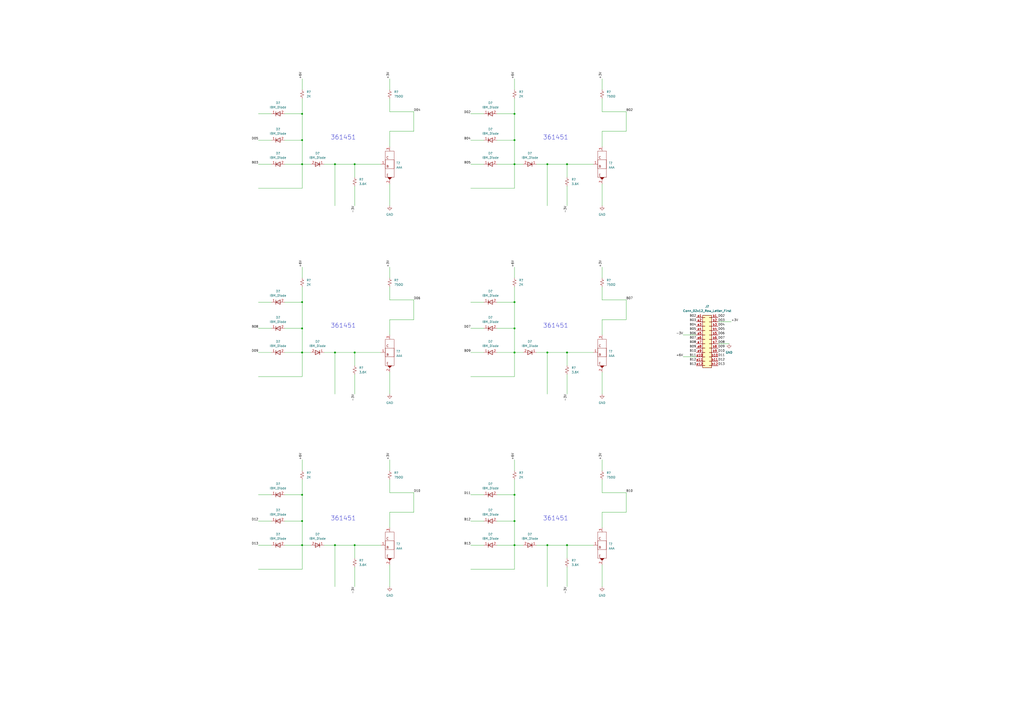
<source format=kicad_sch>
(kicad_sch (version 20211123) (generator eeschema)
  (paper "A2")
  (lib_symbols
    (symbol "Connector_Generic:Conn_02x12_Row_Letter_First" (pin_names (offset 1.016) hide)
      (property "Reference" "J" (at 1.27 15.24 0))
      (property "Value" "Conn_02x12_Row_Letter_First" (at 1.27 -17.78 0))
      (symbol "Conn_02x12_Row_Letter_First_1_1"
        (rectangle (start -1.27 -15.113) (end 0 -15.367) (stroke (width 0.1524)))
        (rectangle (start -1.27 -12.573) (end 0 -12.827) (stroke (width 0.1524)))
        (rectangle (start -1.27 -10.033) (end 0 -10.287) (stroke (width 0.1524)))
        (rectangle (start -1.27 -7.493) (end 0 -7.747) (stroke (width 0.1524)))
        (rectangle (start -1.27 -4.953) (end 0 -5.207) (stroke (width 0.1524)))
        (rectangle (start -1.27 -2.413) (end 0 -2.667) (stroke (width 0.1524)))
        (rectangle (start -1.27 0.127) (end 0 -0.127) (stroke (width 0.1524)))
        (rectangle (start -1.27 2.667) (end 0 2.413) (stroke (width 0.1524)))
        (rectangle (start -1.27 5.207) (end 0 4.953) (stroke (width 0.1524)))
        (rectangle (start -1.27 7.747) (end 0 7.493) (stroke (width 0.1524)))
        (rectangle (start -1.27 10.287) (end 0 10.033) (stroke (width 0.1524)))
        (rectangle (start -1.27 12.827) (end 0 12.573) (stroke (width 0.1524)))
        (rectangle (start -1.27 13.97) (end 3.81 -16.51) (stroke (width 0.254)) (fill (type background)))
        (rectangle (start 3.81 -15.113) (end 2.54 -15.367) (stroke (width 0.1524)))
        (rectangle (start 3.81 -12.573) (end 2.54 -12.827) (stroke (width 0.1524)))
        (rectangle (start 3.81 -10.033) (end 2.54 -10.287) (stroke (width 0.1524)))
        (rectangle (start 3.81 -7.493) (end 2.54 -7.747) (stroke (width 0.1524)))
        (rectangle (start 3.81 -4.953) (end 2.54 -5.207) (stroke (width 0.1524)))
        (rectangle (start 3.81 -2.413) (end 2.54 -2.667) (stroke (width 0.1524)))
        (rectangle (start 3.81 0.127) (end 2.54 -0.127) (stroke (width 0.1524)))
        (rectangle (start 3.81 2.667) (end 2.54 2.413) (stroke (width 0.1524)))
        (rectangle (start 3.81 5.207) (end 2.54 4.953) (stroke (width 0.1524)))
        (rectangle (start 3.81 7.747) (end 2.54 7.493) (stroke (width 0.1524)))
        (rectangle (start 3.81 10.287) (end 2.54 10.033) (stroke (width 0.1524)))
        (rectangle (start 3.81 12.827) (end 2.54 12.573) (stroke (width 0.1524)))
        (pin passive line (at -5.08 12.7 0) (length 3.81) (name "Pin_a1") (number "a1"))
        (pin passive line (at -5.08 -10.16 0) (length 3.81) (name "Pin_a10") (number "a10"))
        (pin passive line (at -5.08 -12.7 0) (length 3.81) (name "Pin_a11") (number "a11"))
        (pin passive line (at -5.08 -15.24 0) (length 3.81) (name "Pin_a12") (number "a12"))
        (pin passive line (at -5.08 10.16 0) (length 3.81) (name "Pin_a2") (number "a2"))
        (pin passive line (at -5.08 7.62 0) (length 3.81) (name "Pin_a3") (number "a3"))
        (pin passive line (at -5.08 5.08 0) (length 3.81) (name "Pin_a4") (number "a4"))
        (pin passive line (at -5.08 2.54 0) (length 3.81) (name "Pin_a5") (number "a5"))
        (pin passive line (at -5.08 0 0) (length 3.81) (name "Pin_a6") (number "a6"))
        (pin passive line (at -5.08 -2.54 0) (length 3.81) (name "Pin_a7") (number "a7"))
        (pin passive line (at -5.08 -5.08 0) (length 3.81) (name "Pin_a8") (number "a8"))
        (pin passive line (at -5.08 -7.62 0) (length 3.81) (name "Pin_a9") (number "a9"))
        (pin passive line (at 7.62 12.7 180) (length 3.81) (name "Pin_b1") (number "b1"))
        (pin passive line (at 7.62 -10.16 180) (length 3.81) (name "Pin_b10") (number "b10"))
        (pin passive line (at 7.62 -12.7 180) (length 3.81) (name "Pin_b11") (number "b11"))
        (pin passive line (at 7.62 -15.24 180) (length 3.81) (name "Pin_b12") (number "b12"))
        (pin passive line (at 7.62 10.16 180) (length 3.81) (name "Pin_b2") (number "b2"))
        (pin passive line (at 7.62 7.62 180) (length 3.81) (name "Pin_b3") (number "b3"))
        (pin passive line (at 7.62 5.08 180) (length 3.81) (name "Pin_b4") (number "b4"))
        (pin passive line (at 7.62 2.54 180) (length 3.81) (name "Pin_b5") (number "b5"))
        (pin passive line (at 7.62 0 180) (length 3.81) (name "Pin_b6") (number "b6"))
        (pin passive line (at 7.62 -2.54 180) (length 3.81) (name "Pin_b7") (number "b7"))
        (pin passive line (at 7.62 -5.08 180) (length 3.81) (name "Pin_b8") (number "b8"))
        (pin passive line (at 7.62 -7.62 180) (length 3.81) (name "Pin_b9") (number "b9"))
      )
    )
    (symbol "Device:R_Small_US" (pin_numbers hide) (pin_names (offset 0.254) hide)
      (property "Reference" "R" (at 0.762 0.508 0))
      (property "Value" "R_Small_US" (at 0.762 -1.016 0))
      (symbol "R_Small_US_1_1"
        (polyline (pts (xy 0 0) (xy 1.016 -0.381) (xy 0 -0.762) (xy -1.016 -1.143) (xy 0 -1.524)))
        (polyline (pts (xy 0 1.524) (xy 1.016 1.143) (xy 0 0.762) (xy -1.016 0.381) (xy 0 0)))
        (pin passive line (at 0 2.54 270) (length 1.016) (name "~") (number "1"))
        (pin passive line (at 0 -2.54 90) (length 1.016) (name "~") (number "2"))
      )
    )
    (symbol "IBM_SLT-SLD:IBM_Diode"
      (property "Reference" "D" (at 0 5.08 0))
      (property "Value" "IBM_Diode" (at 0 2.54 0))
      (symbol "IBM_Diode_0_1"
        (polyline (pts (xy -1.27 1.27) (xy -1.27 -1.27)) (stroke (width 0.254)))
        (polyline (pts (xy 1.27 0) (xy -1.27 0)))
        (polyline (pts (xy 1.27 1.27) (xy 1.27 -1.27) (xy -1.27 0) (xy 1.27 1.27)) (stroke (width 0.254)))
      )
      (symbol "IBM_Diode_1_1"
        (pin passive line (at -3.81 0 0) (length 2.54) (name "K") (number "1"))
        (pin passive line (at 3.81 0 180) (length 2.54) (name "A") (number "2"))
      )
    )
    (symbol "IBM_SLT-SLD:IBM_Transistor"
      (property "Reference" "T" (at 0 5.08 0))
      (property "Value" "IBM_Transistor" (at 7.62 8.89 0))
      (symbol "IBM_Transistor_0_0"
        (text "B" (at -1.27 -1.27 0) (effects (font (size 1.27 1.27))))
        (text "C" (at -1.27 3.81 0) (effects (font (size 1.27 1.27))))
        (text "E" (at -1.27 -6.35 0) (effects (font (size 1.27 1.27))))
      )
      (symbol "IBM_Transistor_0_1"
        (rectangle (start -2.54 2.54) (end 2.54 -2.54))
        (rectangle (start -2.54 7.62) (end 2.54 -7.62))
        (polyline (pts (xy -1.27 -7.62) (xy 0 -8.89) (xy 1.27 -7.62)) (fill (type outline)))
      )
      (symbol "IBM_Transistor_1_1"
        (pin passive line (at -5.08 0 0) (length 2.54) (name "B") (number "1"))
        (pin passive line (at 0 -11.43 90) (length 2.54) (name "E") (number "2"))
        (pin passive line (at 0 10.16 270) (length 2.54) (name "C") (number "3"))
      )
    )
    (symbol "power:GND" (power) (pin_names (offset 0))
      (property "Value" "GND" (at 0 -3.81 0))
      (symbol "GND_0_1"
        (polyline (pts (xy 0 0) (xy 0 -1.27) (xy 1.27 -1.27) (xy 0 -2.54) (xy -1.27 -1.27) (xy 0 -1.27)))
      )
      (symbol "GND_1_1"
        (pin power_in line (at 0 0 270) (length 0) hide (name "GND") (number "1"))
      )
    )
  )
  (junction (at 194.31 95.25))
  (junction (at 317.5 316.23))
  (junction (at 328.93 316.23))
  (junction (at 175.26 302.26))
  (junction (at 205.74 204.47))
  (junction (at 175.26 81.28))
  (junction (at 175.26 95.25))
  (junction (at 298.45 316.23))
  (junction (at 298.45 204.47))
  (junction (at 175.26 175.26))
  (junction (at 298.45 95.25))
  (junction (at 175.26 204.47))
  (junction (at 194.31 204.47))
  (junction (at 317.5 204.47))
  (junction (at 328.93 95.25))
  (junction (at 298.45 287.02))
  (junction (at 298.45 190.5))
  (junction (at 175.26 287.02))
  (junction (at 175.26 316.23))
  (junction (at 298.45 81.28))
  (junction (at 298.45 66.04))
  (junction (at 175.26 66.04))
  (junction (at 175.26 190.5))
  (junction (at 205.74 95.25))
  (junction (at 298.45 302.26))
  (junction (at 328.93 204.47))
  (junction (at 298.45 175.26))
  (junction (at 317.5 95.25))
  (junction (at 194.31 316.23))
  (junction (at 205.74 316.23))
  (wire (pts (xy 226.06 306.07) (xy 226.06 297.18)))
  (wire (pts (xy 226.06 327.66) (xy 226.06 340.36)))
  (wire (pts (xy 205.74 328.93) (xy 205.74 340.36)))
  (wire (pts (xy 273.05 302.26) (xy 280.67 302.26)))
  (wire (pts (xy 194.31 119.38) (xy 194.31 95.25)))
  (wire (pts (xy 205.74 217.17) (xy 205.74 228.6)))
  (wire (pts (xy 349.25 173.99) (xy 363.22 173.99)))
  (wire (pts (xy 149.86 330.2) (xy 175.26 330.2)))
  (wire (pts (xy 298.45 278.13) (xy 298.45 287.02)))
  (wire (pts (xy 349.25 76.2) (xy 363.22 76.2)))
  (wire (pts (xy 149.86 95.25) (xy 157.48 95.25)))
  (wire (pts (xy 175.26 278.13) (xy 175.26 287.02)))
  (wire (pts (xy 349.25 166.37) (xy 349.25 173.99)))
  (wire (pts (xy 149.86 204.47) (xy 157.48 204.47)))
  (wire (pts (xy 298.45 218.44) (xy 298.45 204.47)))
  (wire (pts (xy 175.26 190.5) (xy 165.1 190.5)))
  (wire (pts (xy 416.56 199.39) (xy 422.91 199.39)))
  (wire (pts (xy 175.26 66.04) (xy 175.26 81.28)))
  (wire (pts (xy 298.45 190.5) (xy 298.45 204.47)))
  (wire (pts (xy 298.45 302.26) (xy 298.45 316.23)))
  (wire (pts (xy 187.96 95.25) (xy 194.31 95.25)))
  (wire (pts (xy 311.15 95.25) (xy 317.5 95.25)))
  (wire (pts (xy 205.74 95.25) (xy 220.98 95.25)))
  (wire (pts (xy 317.5 119.38) (xy 317.5 95.25)))
  (wire (pts (xy 349.25 266.7) (xy 349.25 273.05)))
  (wire (pts (xy 149.86 190.5) (xy 157.48 190.5)))
  (wire (pts (xy 149.86 287.02) (xy 157.48 287.02)))
  (wire (pts (xy 175.26 166.37) (xy 175.26 175.26)))
  (wire (pts (xy 240.03 285.75) (xy 240.03 297.18)))
  (wire (pts (xy 298.45 166.37) (xy 298.45 175.26)))
  (wire (pts (xy 175.26 302.26) (xy 175.26 316.23)))
  (wire (pts (xy 226.06 106.68) (xy 226.06 119.38)))
  (wire (pts (xy 317.5 340.36) (xy 317.5 316.23)))
  (wire (pts (xy 175.26 175.26) (xy 165.1 175.26)))
  (wire (pts (xy 205.74 204.47) (xy 205.74 212.09)))
  (wire (pts (xy 317.5 228.6) (xy 317.5 204.47)))
  (wire (pts (xy 205.74 107.95) (xy 205.74 119.38)))
  (wire (pts (xy 149.86 81.28) (xy 157.48 81.28)))
  (wire (pts (xy 175.26 109.22) (xy 175.26 95.25)))
  (wire (pts (xy 175.26 66.04) (xy 165.1 66.04)))
  (wire (pts (xy 175.26 81.28) (xy 175.26 95.25)))
  (wire (pts (xy 349.25 85.09) (xy 349.25 76.2)))
  (wire (pts (xy 273.05 66.04) (xy 280.67 66.04)))
  (wire (pts (xy 226.06 185.42) (xy 240.03 185.42)))
  (wire (pts (xy 298.45 95.25) (xy 303.53 95.25)))
  (wire (pts (xy 226.06 85.09) (xy 226.06 76.2)))
  (wire (pts (xy 226.06 166.37) (xy 226.06 173.99)))
  (wire (pts (xy 194.31 340.36) (xy 194.31 316.23)))
  (wire (pts (xy 226.06 297.18) (xy 240.03 297.18)))
  (wire (pts (xy 194.31 204.47) (xy 205.74 204.47)))
  (wire (pts (xy 175.26 57.15) (xy 175.26 66.04)))
  (wire (pts (xy 175.26 81.28) (xy 165.1 81.28)))
  (wire (pts (xy 298.45 287.02) (xy 288.29 287.02)))
  (wire (pts (xy 363.22 173.99) (xy 363.22 185.42)))
  (wire (pts (xy 226.06 285.75) (xy 240.03 285.75)))
  (wire (pts (xy 298.45 81.28) (xy 288.29 81.28)))
  (wire (pts (xy 298.45 330.2) (xy 298.45 316.23)))
  (wire (pts (xy 328.93 316.23) (xy 344.17 316.23)))
  (wire (pts (xy 149.86 316.23) (xy 157.48 316.23)))
  (wire (pts (xy 349.25 185.42) (xy 363.22 185.42)))
  (wire (pts (xy 205.74 316.23) (xy 205.74 323.85)))
  (wire (pts (xy 298.45 287.02) (xy 298.45 302.26)))
  (wire (pts (xy 149.86 66.04) (xy 157.48 66.04)))
  (wire (pts (xy 175.26 266.7) (xy 175.26 273.05)))
  (wire (pts (xy 328.93 204.47) (xy 344.17 204.47)))
  (wire (pts (xy 165.1 316.23) (xy 175.26 316.23)))
  (wire (pts (xy 298.45 316.23) (xy 303.53 316.23)))
  (wire (pts (xy 298.45 266.7) (xy 298.45 273.05)))
  (wire (pts (xy 298.45 175.26) (xy 298.45 190.5)))
  (wire (pts (xy 240.03 173.99) (xy 240.03 185.42)))
  (wire (pts (xy 298.45 109.22) (xy 298.45 95.25)))
  (wire (pts (xy 273.05 175.26) (xy 280.67 175.26)))
  (wire (pts (xy 226.06 64.77) (xy 240.03 64.77)))
  (wire (pts (xy 298.45 190.5) (xy 288.29 190.5)))
  (wire (pts (xy 349.25 57.15) (xy 349.25 64.77)))
  (wire (pts (xy 175.26 45.72) (xy 175.26 52.07)))
  (wire (pts (xy 175.26 204.47) (xy 180.34 204.47)))
  (wire (pts (xy 273.05 316.23) (xy 280.67 316.23)))
  (wire (pts (xy 175.26 330.2) (xy 175.26 316.23)))
  (wire (pts (xy 273.05 330.2) (xy 298.45 330.2)))
  (wire (pts (xy 240.03 64.77) (xy 240.03 76.2)))
  (wire (pts (xy 288.29 95.25) (xy 298.45 95.25)))
  (wire (pts (xy 194.31 316.23) (xy 205.74 316.23)))
  (wire (pts (xy 175.26 287.02) (xy 165.1 287.02)))
  (wire (pts (xy 298.45 45.72) (xy 298.45 52.07)))
  (wire (pts (xy 328.93 204.47) (xy 328.93 212.09)))
  (wire (pts (xy 165.1 204.47) (xy 175.26 204.47)))
  (wire (pts (xy 298.45 302.26) (xy 288.29 302.26)))
  (wire (pts (xy 349.25 64.77) (xy 363.22 64.77)))
  (wire (pts (xy 298.45 175.26) (xy 288.29 175.26)))
  (wire (pts (xy 194.31 228.6) (xy 194.31 204.47)))
  (wire (pts (xy 273.05 287.02) (xy 280.67 287.02)))
  (wire (pts (xy 273.05 81.28) (xy 280.67 81.28)))
  (wire (pts (xy 226.06 266.7) (xy 226.06 273.05)))
  (wire (pts (xy 165.1 95.25) (xy 175.26 95.25)))
  (wire (pts (xy 328.93 328.93) (xy 328.93 340.36)))
  (wire (pts (xy 328.93 316.23) (xy 328.93 323.85)))
  (wire (pts (xy 416.56 186.69) (xy 424.18 186.69)))
  (wire (pts (xy 205.74 316.23) (xy 220.98 316.23)))
  (wire (pts (xy 149.86 218.44) (xy 175.26 218.44)))
  (wire (pts (xy 317.5 204.47) (xy 328.93 204.47)))
  (wire (pts (xy 175.26 316.23) (xy 180.34 316.23)))
  (wire (pts (xy 187.96 316.23) (xy 194.31 316.23)))
  (wire (pts (xy 175.26 154.94) (xy 175.26 161.29)))
  (wire (pts (xy 311.15 316.23) (xy 317.5 316.23)))
  (wire (pts (xy 298.45 154.94) (xy 298.45 161.29)))
  (wire (pts (xy 288.29 204.47) (xy 298.45 204.47)))
  (wire (pts (xy 298.45 57.15) (xy 298.45 66.04)))
  (wire (pts (xy 396.24 207.01) (xy 403.86 207.01)))
  (wire (pts (xy 226.06 57.15) (xy 226.06 64.77)))
  (wire (pts (xy 149.86 109.22) (xy 175.26 109.22)))
  (wire (pts (xy 175.26 287.02) (xy 175.26 302.26)))
  (wire (pts (xy 349.25 306.07) (xy 349.25 297.18)))
  (wire (pts (xy 273.05 95.25) (xy 280.67 95.25)))
  (wire (pts (xy 349.25 297.18) (xy 363.22 297.18)))
  (wire (pts (xy 298.45 81.28) (xy 298.45 95.25)))
  (wire (pts (xy 226.06 194.31) (xy 226.06 185.42)))
  (wire (pts (xy 298.45 66.04) (xy 288.29 66.04)))
  (wire (pts (xy 349.25 106.68) (xy 349.25 119.38)))
  (wire (pts (xy 226.06 76.2) (xy 240.03 76.2)))
  (wire (pts (xy 349.25 194.31) (xy 349.25 185.42)))
  (wire (pts (xy 349.25 154.94) (xy 349.25 161.29)))
  (wire (pts (xy 288.29 316.23) (xy 298.45 316.23)))
  (wire (pts (xy 175.26 95.25) (xy 180.34 95.25)))
  (wire (pts (xy 205.74 95.25) (xy 205.74 102.87)))
  (wire (pts (xy 349.25 45.72) (xy 349.25 52.07)))
  (wire (pts (xy 273.05 109.22) (xy 298.45 109.22)))
  (wire (pts (xy 349.25 215.9) (xy 349.25 228.6)))
  (wire (pts (xy 273.05 190.5) (xy 280.67 190.5)))
  (wire (pts (xy 226.06 215.9) (xy 226.06 228.6)))
  (wire (pts (xy 175.26 302.26) (xy 165.1 302.26)))
  (wire (pts (xy 226.06 278.13) (xy 226.06 285.75)))
  (wire (pts (xy 273.05 204.47) (xy 280.67 204.47)))
  (wire (pts (xy 226.06 45.72) (xy 226.06 52.07)))
  (wire (pts (xy 175.26 190.5) (xy 175.26 204.47)))
  (wire (pts (xy 205.74 204.47) (xy 220.98 204.47)))
  (wire (pts (xy 175.26 175.26) (xy 175.26 190.5)))
  (wire (pts (xy 317.5 316.23) (xy 328.93 316.23)))
  (wire (pts (xy 226.06 173.99) (xy 240.03 173.99)))
  (wire (pts (xy 273.05 218.44) (xy 298.45 218.44)))
  (wire (pts (xy 311.15 204.47) (xy 317.5 204.47)))
  (wire (pts (xy 298.45 66.04) (xy 298.45 81.28)))
  (wire (pts (xy 149.86 302.26) (xy 157.48 302.26)))
  (wire (pts (xy 363.22 64.77) (xy 363.22 76.2)))
  (wire (pts (xy 317.5 95.25) (xy 328.93 95.25)))
  (wire (pts (xy 349.25 285.75) (xy 363.22 285.75)))
  (wire (pts (xy 349.25 327.66) (xy 349.25 340.36)))
  (wire (pts (xy 363.22 285.75) (xy 363.22 297.18)))
  (wire (pts (xy 175.26 218.44) (xy 175.26 204.47)))
  (wire (pts (xy 187.96 204.47) (xy 194.31 204.47)))
  (wire (pts (xy 226.06 154.94) (xy 226.06 161.29)))
  (wire (pts (xy 194.31 95.25) (xy 205.74 95.25)))
  (wire (pts (xy 328.93 107.95) (xy 328.93 119.38)))
  (wire (pts (xy 328.93 95.25) (xy 344.17 95.25)))
  (wire (pts (xy 149.86 175.26) (xy 157.48 175.26)))
  (wire (pts (xy 396.24 194.31) (xy 403.86 194.31)))
  (wire (pts (xy 328.93 217.17) (xy 328.93 228.6)))
  (wire (pts (xy 298.45 204.47) (xy 303.53 204.47)))
  (wire (pts (xy 328.93 95.25) (xy 328.93 102.87)))
  (wire (pts (xy 349.25 278.13) (xy 349.25 285.75)))
  (text "361451" (at 191.77 190.5 0) (effects (font (size 2.54 2.54)) (justify left bottom)))
  (text "361451" (at 314.96 190.5 0) (effects (font (size 2.54 2.54)) (justify left bottom)))
  (text "361451" (at 314.96 81.28 0) (effects (font (size 2.54 2.54)) (justify left bottom)))
  (text "361451" (at 314.96 302.26 0) (effects (font (size 2.54 2.54)) (justify left bottom)))
  (text "361451" (at 191.77 81.28 0) (effects (font (size 2.54 2.54)) (justify left bottom)))
  (text "361451" (at 191.77 302.26 0) (effects (font (size 2.54 2.54)) (justify left bottom)))
  (label "+6V" (at 175.26 154.94 90))
  (label "-3V" (at 328.93 228.6 270))
  (label "+3V" (at 424.18 186.69 0))
  (label "-3V" (at 396.24 194.31 180))
  (label "B07" (at 363.22 173.99 0))
  (label "D13" (at 149.86 316.23 180))
  (label "D06" (at 416.56 194.31 0))
  (label "+6V" (at 396.24 207.01 180))
  (label "D13" (at 416.56 212.09 0))
  (label "D09" (at 416.56 201.93 0))
  (label "B12" (at 403.86 209.55 180))
  (label "D11" (at 273.05 287.02 180))
  (label "D04" (at 240.03 64.77 0))
  (label "B02" (at 403.86 184.15 180))
  (label "+6V" (at 298.45 45.72 90))
  (label "B11" (at 403.86 207.01 180))
  (label "D07" (at 416.56 196.85 0))
  (label "+6V" (at 175.26 266.7 90))
  (label "D10" (at 240.03 285.75 0))
  (label "+3V" (at 226.06 45.72 90))
  (label "-3V" (at 205.74 228.6 270))
  (label "B10" (at 403.86 204.47 180))
  (label "-3V" (at 205.74 340.36 270))
  (label "B09" (at 403.86 201.93 180))
  (label "B13" (at 273.05 316.23 180))
  (label "B04" (at 273.05 81.28 180))
  (label "D02" (at 416.56 184.15 0))
  (label "B05" (at 403.86 191.77 180))
  (label "-3V" (at 205.74 119.38 270))
  (label "+3V" (at 349.25 45.72 90))
  (label "+6V" (at 298.45 266.7 90))
  (label "B04" (at 403.86 189.23 180))
  (label "B02" (at 363.22 64.77 0))
  (label "+3V" (at 226.06 266.7 90))
  (label "D05" (at 416.56 191.77 0))
  (label "B13" (at 403.86 212.09 180))
  (label "B03" (at 149.86 95.25 180))
  (label "+6V" (at 298.45 154.94 90))
  (label "D11" (at 416.56 207.01 0))
  (label "D05" (at 149.86 81.28 180))
  (label "B10" (at 363.22 285.75 0))
  (label "B08" (at 403.86 199.39 180))
  (label "B09" (at 273.05 204.47 180))
  (label "B08" (at 149.86 190.5 180))
  (label "+3V" (at 349.25 154.94 90))
  (label "B12" (at 273.05 302.26 180))
  (label "-3V" (at 328.93 340.36 270))
  (label "D12" (at 149.86 302.26 180))
  (label "D04" (at 416.56 189.23 0))
  (label "B03" (at 403.86 186.69 180))
  (label "+3V" (at 226.06 154.94 90))
  (label "+6V" (at 175.26 45.72 90))
  (label "B06" (at 403.86 194.31 180))
  (label "D12" (at 416.56 209.55 0))
  (label "D08" (at 416.56 199.39 0))
  (label "B07" (at 403.86 196.85 180))
  (label "D03" (at 416.56 186.69 0))
  (label "B05" (at 273.05 95.25 180))
  (label "D10" (at 416.56 204.47 0))
  (label "D09" (at 149.86 204.47 180))
  (label "D02" (at 273.05 66.04 180))
  (label "D07" (at 273.05 190.5 180))
  (label "+3V" (at 349.25 266.7 90))
  (label "D06" (at 240.03 173.99 0))
  (label "-3V" (at 328.93 119.38 270))
  (symbol (lib_id "IBM_SLT-SLD:IBM_Diode") (at 284.48 287.02 0) (unit 1)
    (property "Reference" "D?" (at 284.48 280.67 0))
    (property "Value" "IBM_Diode" (at 284.48 283.21 0))
    (property "Footprint" "Diode_SMD:D_0201_0603Metric" (effects hide))
  )
  (symbol (lib_id "Device:R_Small_US") (at 298.45 163.83 0) (unit 1)
    (property "Reference" "R?" (at 300.99 162.5599 0) (effects (justify left)))
    (property "Value" "2K" (at 300.99 165.0999 0) (effects (justify left)))
    (property "Footprint" "Resistor_SMD:R_0201_0603Metric" (effects hide))
  )
  (symbol (lib_id "power:GND") (at 226.06 119.38 0) (unit 1)
    (property "Reference" "#PWR?" (effects hide))
    (property "Value" "GND" (at 226.06 124.46 0))
  )
  (symbol (lib_id "IBM_SLT-SLD:IBM_Diode") (at 161.29 81.28 0) (unit 1)
    (property "Reference" "D?" (at 161.29 74.93 0))
    (property "Value" "IBM_Diode" (at 161.29 77.47 0))
    (property "Footprint" "Diode_SMD:D_0201_0603Metric" (effects hide))
  )
  (symbol (lib_id "IBM_SLT-SLD:IBM_Diode") (at 161.29 66.04 0) (unit 1)
    (property "Reference" "D?" (at 161.29 59.69 0))
    (property "Value" "IBM_Diode" (at 161.29 62.23 0))
    (property "Footprint" "Diode_SMD:D_0201_0603Metric" (effects hide))
  )
  (symbol (lib_id "IBM_SLT-SLD:IBM_Diode") (at 284.48 316.23 0) (unit 1)
    (property "Reference" "D?" (at 284.48 309.88 0))
    (property "Value" "IBM_Diode" (at 284.48 312.42 0))
    (property "Footprint" "Diode_SMD:D_0201_0603Metric" (effects hide))
  )
  (symbol (lib_id "Device:R_Small_US") (at 226.06 54.61 0) (unit 1)
    (property "Reference" "R?" (at 228.6 53.3399 0) (effects (justify left)))
    (property "Value" "750Ω" (at 228.6 55.8799 0) (effects (justify left)))
    (property "Footprint" "Resistor_SMD:R_0201_0603Metric" (effects hide))
  )
  (symbol (lib_id "IBM_SLT-SLD:IBM_Diode") (at 307.34 95.25 180) (unit 1)
    (property "Reference" "D?" (at 307.34 88.9 0))
    (property "Value" "IBM_Diode" (at 307.34 91.44 0))
    (property "Footprint" "Diode_SMD:D_0201_0603Metric" (effects hide))
  )
  (symbol (lib_id "Device:R_Small_US") (at 349.25 275.59 0) (unit 1)
    (property "Reference" "R?" (at 351.79 274.3199 0) (effects (justify left)))
    (property "Value" "750Ω" (at 351.79 276.8599 0) (effects (justify left)))
    (property "Footprint" "Resistor_SMD:R_0201_0603Metric" (effects hide))
  )
  (symbol (lib_id "power:GND") (at 349.25 228.6 0) (unit 1)
    (property "Reference" "#PWR?" (effects hide))
    (property "Value" "GND" (at 349.25 233.68 0))
  )
  (symbol (lib_id "IBM_SLT-SLD:IBM_Transistor") (at 349.25 95.25 0) (unit 1)
    (property "Reference" "T?" (at 353.06 94.6149 0) (effects (justify left)))
    (property "Value" "AAA" (at 353.06 97.1549 0) (effects (justify left)))
    (property "Footprint" "Package_TO_SOT_SMD:SOT-883" (effects hide))
  )
  (symbol (lib_id "Device:R_Small_US") (at 205.74 214.63 0) (unit 1)
    (property "Reference" "R?" (at 208.28 213.3599 0) (effects (justify left)))
    (property "Value" "3.6K" (at 208.28 215.8999 0) (effects (justify left)))
    (property "Footprint" "Resistor_SMD:R_0201_0603Metric" (effects hide))
  )
  (symbol (lib_id "Device:R_Small_US") (at 349.25 163.83 0) (unit 1)
    (property "Reference" "R?" (at 351.79 162.5599 0) (effects (justify left)))
    (property "Value" "750Ω" (at 351.79 165.0999 0) (effects (justify left)))
    (property "Footprint" "Resistor_SMD:R_0201_0603Metric" (effects hide))
  )
  (symbol (lib_id "IBM_SLT-SLD:IBM_Diode") (at 184.15 204.47 180) (unit 1)
    (property "Reference" "D?" (at 184.15 198.12 0))
    (property "Value" "IBM_Diode" (at 184.15 200.66 0))
    (property "Footprint" "Diode_SMD:D_0201_0603Metric" (effects hide))
  )
  (symbol (lib_id "Device:R_Small_US") (at 298.45 275.59 0) (unit 1)
    (property "Reference" "R?" (at 300.99 274.3199 0) (effects (justify left)))
    (property "Value" "2K" (at 300.99 276.8599 0) (effects (justify left)))
    (property "Footprint" "Resistor_SMD:R_0201_0603Metric" (effects hide))
  )
  (symbol (lib_id "IBM_SLT-SLD:IBM_Diode") (at 284.48 66.04 0) (unit 1)
    (property "Reference" "D?" (at 284.48 59.69 0))
    (property "Value" "IBM_Diode" (at 284.48 62.23 0))
    (property "Footprint" "Diode_SMD:D_0201_0603Metric" (effects hide))
  )
  (symbol (lib_id "IBM_SLT-SLD:IBM_Transistor") (at 349.25 204.47 0) (unit 1)
    (property "Reference" "T?" (at 353.06 203.8349 0) (effects (justify left)))
    (property "Value" "AAA" (at 353.06 206.3749 0) (effects (justify left)))
    (property "Footprint" "Package_TO_SOT_SMD:SOT-883" (effects hide))
  )
  (symbol (lib_id "Device:R_Small_US") (at 328.93 214.63 0) (unit 1)
    (property "Reference" "R?" (at 331.47 213.3599 0) (effects (justify left)))
    (property "Value" "3.6K" (at 331.47 215.8999 0) (effects (justify left)))
    (property "Footprint" "Resistor_SMD:R_0201_0603Metric" (effects hide))
  )
  (symbol (lib_id "Device:R_Small_US") (at 328.93 326.39 0) (unit 1)
    (property "Reference" "R?" (at 331.47 325.1199 0) (effects (justify left)))
    (property "Value" "3.6K" (at 331.47 327.6599 0) (effects (justify left)))
    (property "Footprint" "Resistor_SMD:R_0201_0603Metric" (effects hide))
  )
  (symbol (lib_id "Device:R_Small_US") (at 349.25 54.61 0) (unit 1)
    (property "Reference" "R?" (at 351.79 53.3399 0) (effects (justify left)))
    (property "Value" "750Ω" (at 351.79 55.8799 0) (effects (justify left)))
    (property "Footprint" "Resistor_SMD:R_0201_0603Metric" (effects hide))
  )
  (symbol (lib_id "power:GND") (at 226.06 340.36 0) (unit 1)
    (property "Reference" "#PWR?" (effects hide))
    (property "Value" "GND" (at 226.06 345.44 0))
  )
  (symbol (lib_id "IBM_SLT-SLD:IBM_Diode") (at 161.29 302.26 0) (unit 1)
    (property "Reference" "D?" (at 161.29 295.91 0))
    (property "Value" "IBM_Diode" (at 161.29 298.45 0))
    (property "Footprint" "Diode_SMD:D_0201_0603Metric" (effects hide))
  )
  (symbol (lib_id "IBM_SLT-SLD:IBM_Diode") (at 284.48 302.26 0) (unit 1)
    (property "Reference" "D?" (at 284.48 295.91 0))
    (property "Value" "IBM_Diode" (at 284.48 298.45 0))
    (property "Footprint" "Diode_SMD:D_0201_0603Metric" (effects hide))
  )
  (symbol (lib_id "IBM_SLT-SLD:IBM_Diode") (at 184.15 95.25 180) (unit 1)
    (property "Reference" "D?" (at 184.15 88.9 0))
    (property "Value" "IBM_Diode" (at 184.15 91.44 0))
    (property "Footprint" "Diode_SMD:D_0201_0603Metric" (effects hide))
  )
  (symbol (lib_id "Device:R_Small_US") (at 205.74 105.41 0) (unit 1)
    (property "Reference" "R?" (at 208.28 104.1399 0) (effects (justify left)))
    (property "Value" "3.6K" (at 208.28 106.6799 0) (effects (justify left)))
    (property "Footprint" "Resistor_SMD:R_0201_0603Metric" (effects hide))
  )
  (symbol (lib_id "IBM_SLT-SLD:IBM_Transistor") (at 226.06 316.23 0) (unit 1)
    (property "Reference" "T?" (at 229.87 315.5949 0) (effects (justify left)))
    (property "Value" "AAA" (at 229.87 318.1349 0) (effects (justify left)))
    (property "Footprint" "Package_TO_SOT_SMD:SOT-883" (effects hide))
  )
  (symbol (lib_id "IBM_SLT-SLD:IBM_Diode") (at 161.29 287.02 0) (unit 1)
    (property "Reference" "D?" (at 161.29 280.67 0))
    (property "Value" "IBM_Diode" (at 161.29 283.21 0))
    (property "Footprint" "Diode_SMD:D_0201_0603Metric" (effects hide))
  )
  (symbol (lib_id "IBM_SLT-SLD:IBM_Transistor") (at 226.06 204.47 0) (unit 1)
    (property "Reference" "T?" (at 229.87 203.8349 0) (effects (justify left)))
    (property "Value" "AAA" (at 229.87 206.3749 0) (effects (justify left)))
    (property "Footprint" "Package_TO_SOT_SMD:SOT-883" (effects hide))
  )
  (symbol (lib_id "Device:R_Small_US") (at 226.06 163.83 0) (unit 1)
    (property "Reference" "R?" (at 228.6 162.5599 0) (effects (justify left)))
    (property "Value" "750Ω" (at 228.6 165.0999 0) (effects (justify left)))
    (property "Footprint" "Resistor_SMD:R_0201_0603Metric" (effects hide))
  )
  (symbol (lib_id "IBM_SLT-SLD:IBM_Diode") (at 184.15 316.23 180) (unit 1)
    (property "Reference" "D?" (at 184.15 309.88 0))
    (property "Value" "IBM_Diode" (at 184.15 312.42 0))
    (property "Footprint" "Diode_SMD:D_0201_0603Metric" (effects hide))
  )
  (symbol (lib_id "power:GND") (at 349.25 119.38 0) (unit 1)
    (property "Reference" "#PWR?" (effects hide))
    (property "Value" "GND" (at 349.25 124.46 0))
  )
  (symbol (lib_id "Device:R_Small_US") (at 175.26 275.59 0) (unit 1)
    (property "Reference" "R?" (at 177.8 274.3199 0) (effects (justify left)))
    (property "Value" "2K" (at 177.8 276.8599 0) (effects (justify left)))
    (property "Footprint" "Resistor_SMD:R_0201_0603Metric" (effects hide))
  )
  (symbol (lib_id "IBM_SLT-SLD:IBM_Diode") (at 307.34 316.23 180) (unit 1)
    (property "Reference" "D?" (at 307.34 309.88 0))
    (property "Value" "IBM_Diode" (at 307.34 312.42 0))
    (property "Footprint" "Diode_SMD:D_0201_0603Metric" (effects hide))
  )
  (symbol (lib_id "Device:R_Small_US") (at 298.45 54.61 0) (unit 1)
    (property "Reference" "R?" (at 300.99 53.3399 0) (effects (justify left)))
    (property "Value" "2K" (at 300.99 55.8799 0) (effects (justify left)))
    (property "Footprint" "Resistor_SMD:R_0201_0603Metric" (effects hide))
  )
  (symbol (lib_id "IBM_SLT-SLD:IBM_Diode") (at 161.29 95.25 0) (unit 1)
    (property "Reference" "D?" (at 161.29 88.9 0))
    (property "Value" "IBM_Diode" (at 161.29 91.44 0))
    (property "Footprint" "Diode_SMD:D_0201_0603Metric" (effects hide))
  )
  (symbol (lib_id "Device:R_Small_US") (at 175.26 163.83 0) (unit 1)
    (property "Reference" "R?" (at 177.8 162.5599 0) (effects (justify left)))
    (property "Value" "2K" (at 177.8 165.0999 0) (effects (justify left)))
    (property "Footprint" "Resistor_SMD:R_0201_0603Metric" (effects hide))
  )
  (symbol (lib_id "power:GND") (at 422.91 199.39 0) (unit 1)
    (property "Reference" "#PWR?" (effects hide))
    (property "Value" "GND" (at 422.91 204.47 0))
  )
  (symbol (lib_id "IBM_SLT-SLD:IBM_Diode") (at 161.29 316.23 0) (unit 1)
    (property "Reference" "D?" (at 161.29 309.88 0))
    (property "Value" "IBM_Diode" (at 161.29 312.42 0))
    (property "Footprint" "Diode_SMD:D_0201_0603Metric" (effects hide))
  )
  (symbol (lib_id "IBM_SLT-SLD:IBM_Diode") (at 284.48 190.5 0) (unit 1)
    (property "Reference" "D?" (at 284.48 184.15 0))
    (property "Value" "IBM_Diode" (at 284.48 186.69 0))
    (property "Footprint" "Diode_SMD:D_0201_0603Metric" (effects hide))
  )
  (symbol (lib_id "IBM_SLT-SLD:IBM_Diode") (at 307.34 204.47 180) (unit 1)
    (property "Reference" "D?" (at 307.34 198.12 0))
    (property "Value" "IBM_Diode" (at 307.34 200.66 0))
    (property "Footprint" "Diode_SMD:D_0201_0603Metric" (effects hide))
  )
  (symbol (lib_id "Device:R_Small_US") (at 226.06 275.59 0) (unit 1)
    (property "Reference" "R?" (at 228.6 274.3199 0) (effects (justify left)))
    (property "Value" "750Ω" (at 228.6 276.8599 0) (effects (justify left)))
    (property "Footprint" "Resistor_SMD:R_0201_0603Metric" (effects hide))
  )
  (symbol (lib_id "IBM_SLT-SLD:IBM_Diode") (at 161.29 175.26 0) (unit 1)
    (property "Reference" "D?" (at 161.29 168.91 0))
    (property "Value" "IBM_Diode" (at 161.29 171.45 0))
    (property "Footprint" "Diode_SMD:D_0201_0603Metric" (effects hide))
  )
  (symbol (lib_id "IBM_SLT-SLD:IBM_Diode") (at 284.48 95.25 0) (unit 1)
    (property "Reference" "D?" (at 284.48 88.9 0))
    (property "Value" "IBM_Diode" (at 284.48 91.44 0))
    (property "Footprint" "Diode_SMD:D_0201_0603Metric" (effects hide))
  )
  (symbol (lib_id "IBM_SLT-SLD:IBM_Diode") (at 284.48 204.47 0) (unit 1)
    (property "Reference" "D?" (at 284.48 198.12 0))
    (property "Value" "IBM_Diode" (at 284.48 200.66 0))
    (property "Footprint" "Diode_SMD:D_0201_0603Metric" (effects hide))
  )
  (symbol (lib_id "power:GND") (at 349.25 340.36 0) (unit 1)
    (property "Reference" "#PWR?" (effects hide))
    (property "Value" "GND" (at 349.25 345.44 0))
  )
  (symbol (lib_id "IBM_SLT-SLD:IBM_Transistor") (at 349.25 316.23 0) (unit 1)
    (property "Reference" "T?" (at 353.06 315.5949 0) (effects (justify left)))
    (property "Value" "AAA" (at 353.06 318.1349 0) (effects (justify left)))
    (property "Footprint" "Package_TO_SOT_SMD:SOT-883" (effects hide))
  )
  (symbol (lib_id "IBM_SLT-SLD:IBM_Diode") (at 161.29 190.5 0) (unit 1)
    (property "Reference" "D?" (at 161.29 184.15 0))
    (property "Value" "IBM_Diode" (at 161.29 186.69 0))
    (property "Footprint" "Diode_SMD:D_0201_0603Metric" (effects hide))
  )
  (symbol (lib_id "Connector_Generic:Conn_02x12_Row_Letter_First") (at 408.94 196.85 0) (unit 1)
    (property "Reference" "J?" (at 410.21 177.8 0))
    (property "Value" "Conn_02x12_Row_Letter_First" (at 410.21 180.34 0))
  )
  (symbol (lib_id "IBM_SLT-SLD:IBM_Transistor") (at 226.06 95.25 0) (unit 1)
    (property "Reference" "T?" (at 229.87 94.6149 0) (effects (justify left)))
    (property "Value" "AAA" (at 229.87 97.1549 0) (effects (justify left)))
    (property "Footprint" "Package_TO_SOT_SMD:SOT-883" (effects hide))
  )
  (symbol (lib_id "Device:R_Small_US") (at 175.26 54.61 0) (unit 1)
    (property "Reference" "R?" (at 177.8 53.3399 0) (effects (justify left)))
    (property "Value" "2K" (at 177.8 55.8799 0) (effects (justify left)))
    (property "Footprint" "Resistor_SMD:R_0201_0603Metric" (effects hide))
  )
  (symbol (lib_id "IBM_SLT-SLD:IBM_Diode") (at 161.29 204.47 0) (unit 1)
    (property "Reference" "D?" (at 161.29 198.12 0))
    (property "Value" "IBM_Diode" (at 161.29 200.66 0))
    (property "Footprint" "Diode_SMD:D_0201_0603Metric" (effects hide))
  )
  (symbol (lib_id "Device:R_Small_US") (at 328.93 105.41 0) (unit 1)
    (property "Reference" "R?" (at 331.47 104.1399 0) (effects (justify left)))
    (property "Value" "3.6K" (at 331.47 106.6799 0) (effects (justify left)))
    (property "Footprint" "Resistor_SMD:R_0201_0603Metric" (effects hide))
  )
  (symbol (lib_id "Device:R_Small_US") (at 205.74 326.39 0) (unit 1)
    (property "Reference" "R?" (at 208.28 325.1199 0) (effects (justify left)))
    (property "Value" "3.6K" (at 208.28 327.6599 0) (effects (justify left)))
    (property "Footprint" "Resistor_SMD:R_0201_0603Metric" (effects hide))
  )
  (symbol (lib_id "power:GND") (at 226.06 228.6 0) (unit 1)
    (property "Reference" "#PWR?" (effects hide))
    (property "Value" "GND" (at 226.06 233.68 0))
  )
  (symbol (lib_id "IBM_SLT-SLD:IBM_Diode") (at 284.48 81.28 0) (unit 1)
    (property "Reference" "D?" (at 284.48 74.93 0))
    (property "Value" "IBM_Diode" (at 284.48 77.47 0))
    (property "Footprint" "Diode_SMD:D_0201_0603Metric" (effects hide))
  )
  (symbol (lib_id "IBM_SLT-SLD:IBM_Diode") (at 284.48 175.26 0) (unit 1)
    (property "Reference" "D?" (at 284.48 168.91 0))
    (property "Value" "IBM_Diode" (at 284.48 171.45 0))
    (property "Footprint" "Diode_SMD:D_0201_0603Metric" (effects hide))
  )
)
</source>
